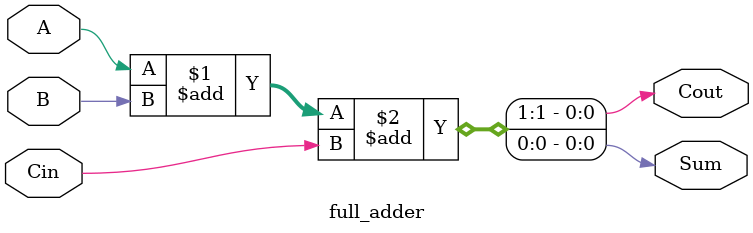
<source format=v>
`timescale 1ns / 1ps


module full_adder(
    input A,        // entrada A
    input B,        // entrada B
    input Cin,      // entrada de carry-in
    
    output Sum,     // resultado da soma
    output Cout     // resultado do carry-out
);

// Atribui o valor da soma e do carry-out usando adição binária
assign {Cout, Sum} = A + B + Cin;

endmodule

</source>
